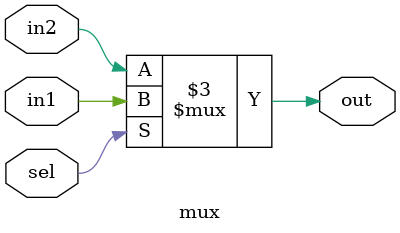
<source format=v>
module mux(in1,in2,sel,out);

input in1;
input in2;
input sel;
output reg out;
always @(*) 
begin
    if(sel)
    out<=in1;
    else
    out<=in2;
end
endmodule
</source>
